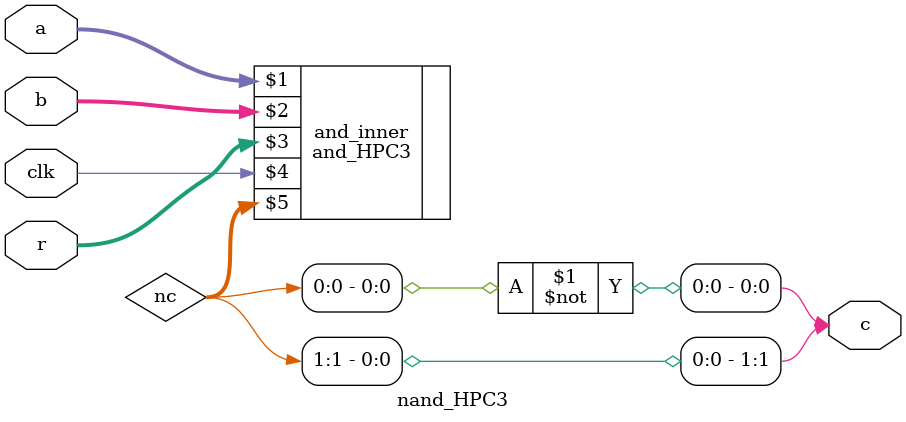
<source format=v>
module nand_HPC3 #(parameter security_order=1, parameter pipeline=1) (a, b, r, clk, c);

localparam half_rnd = security_order*(security_order+1)/2;


input wire [security_order:0] a, b;
input wire [2*half_rnd-1:0] r;
input wire clk;
output wire [security_order:0] c;

wire [security_order:0] nc;

and_HPC3 #(security_order, pipeline) and_inner(a, b, r, clk, nc);

assign c[0] = ~nc[0];
assign c[security_order:1] = nc[security_order:1];

endmodule

</source>
